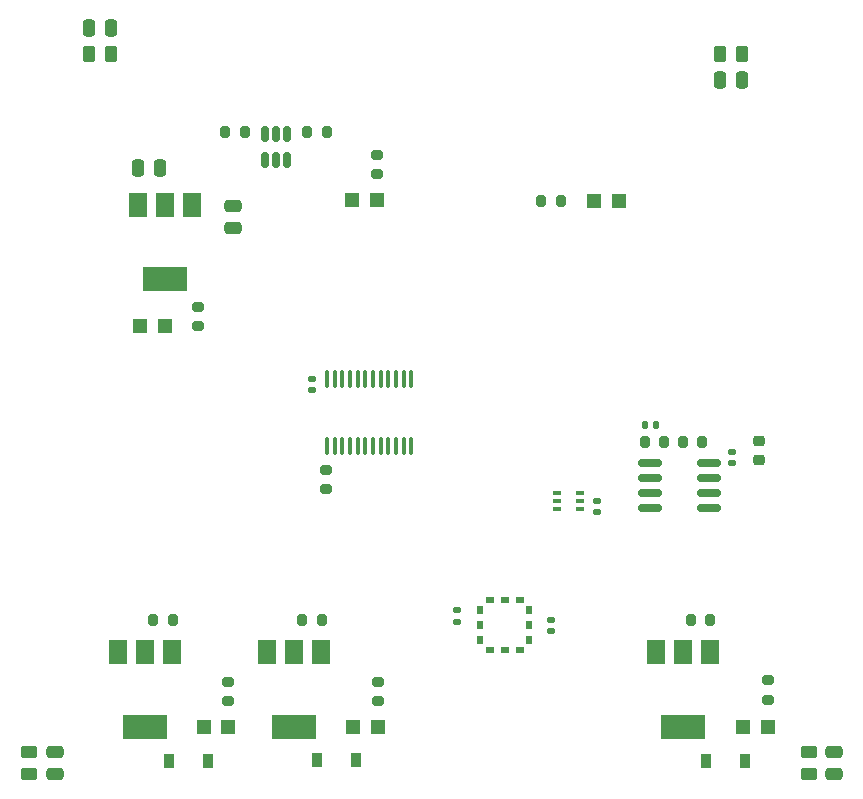
<source format=gbr>
%TF.GenerationSoftware,KiCad,Pcbnew,7.0.2*%
%TF.CreationDate,2023-10-17T13:36:16+00:00*%
%TF.ProjectId,board,626f6172-642e-46b6-9963-61645f706362,01*%
%TF.SameCoordinates,Original*%
%TF.FileFunction,Paste,Top*%
%TF.FilePolarity,Positive*%
%FSLAX46Y46*%
G04 Gerber Fmt 4.6, Leading zero omitted, Abs format (unit mm)*
G04 Created by KiCad (PCBNEW 7.0.2) date 2023-10-17 13:36:16*
%MOMM*%
%LPD*%
G01*
G04 APERTURE LIST*
G04 Aperture macros list*
%AMRoundRect*
0 Rectangle with rounded corners*
0 $1 Rounding radius*
0 $2 $3 $4 $5 $6 $7 $8 $9 X,Y pos of 4 corners*
0 Add a 4 corners polygon primitive as box body*
4,1,4,$2,$3,$4,$5,$6,$7,$8,$9,$2,$3,0*
0 Add four circle primitives for the rounded corners*
1,1,$1+$1,$2,$3*
1,1,$1+$1,$4,$5*
1,1,$1+$1,$6,$7*
1,1,$1+$1,$8,$9*
0 Add four rect primitives between the rounded corners*
20,1,$1+$1,$2,$3,$4,$5,0*
20,1,$1+$1,$4,$5,$6,$7,0*
20,1,$1+$1,$6,$7,$8,$9,0*
20,1,$1+$1,$8,$9,$2,$3,0*%
G04 Aperture macros list end*
%ADD10R,1.500000X2.000000*%
%ADD11R,3.800000X2.000000*%
%ADD12RoundRect,0.200000X-0.275000X0.200000X-0.275000X-0.200000X0.275000X-0.200000X0.275000X0.200000X0*%
%ADD13RoundRect,0.200000X0.200000X0.275000X-0.200000X0.275000X-0.200000X-0.275000X0.200000X-0.275000X0*%
%ADD14RoundRect,0.200000X-0.200000X-0.275000X0.200000X-0.275000X0.200000X0.275000X-0.200000X0.275000X0*%
%ADD15RoundRect,0.250000X0.475000X-0.250000X0.475000X0.250000X-0.475000X0.250000X-0.475000X-0.250000X0*%
%ADD16R,1.200000X1.200000*%
%ADD17RoundRect,0.250000X0.250000X0.475000X-0.250000X0.475000X-0.250000X-0.475000X0.250000X-0.475000X0*%
%ADD18R,0.900000X1.200000*%
%ADD19RoundRect,0.140000X0.170000X-0.140000X0.170000X0.140000X-0.170000X0.140000X-0.170000X-0.140000X0*%
%ADD20RoundRect,0.250000X-0.250000X-0.475000X0.250000X-0.475000X0.250000X0.475000X-0.250000X0.475000X0*%
%ADD21R,0.700000X0.600000*%
%ADD22R,0.600000X0.700000*%
%ADD23RoundRect,0.150000X0.150000X-0.512500X0.150000X0.512500X-0.150000X0.512500X-0.150000X-0.512500X0*%
%ADD24RoundRect,0.250000X0.450000X-0.262500X0.450000X0.262500X-0.450000X0.262500X-0.450000X-0.262500X0*%
%ADD25RoundRect,0.140000X-0.170000X0.140000X-0.170000X-0.140000X0.170000X-0.140000X0.170000X0.140000X0*%
%ADD26RoundRect,0.250000X0.262500X0.450000X-0.262500X0.450000X-0.262500X-0.450000X0.262500X-0.450000X0*%
%ADD27RoundRect,0.150000X-0.825000X-0.150000X0.825000X-0.150000X0.825000X0.150000X-0.825000X0.150000X0*%
%ADD28RoundRect,0.225000X0.250000X-0.225000X0.250000X0.225000X-0.250000X0.225000X-0.250000X-0.225000X0*%
%ADD29RoundRect,0.140000X-0.140000X-0.170000X0.140000X-0.170000X0.140000X0.170000X-0.140000X0.170000X0*%
%ADD30RoundRect,0.100000X0.100000X-0.637500X0.100000X0.637500X-0.100000X0.637500X-0.100000X-0.637500X0*%
%ADD31R,0.650000X0.400000*%
%ADD32RoundRect,0.200000X0.275000X-0.200000X0.275000X0.200000X-0.275000X0.200000X-0.275000X-0.200000X0*%
%ADD33RoundRect,0.250000X-0.262500X-0.450000X0.262500X-0.450000X0.262500X0.450000X-0.262500X0.450000X0*%
G04 APERTURE END LIST*
D10*
%TO.C,Q3*%
X106033600Y-106578000D03*
D11*
X103733600Y-112878000D03*
D10*
X103733600Y-106578000D03*
X101433600Y-106578000D03*
%TD*%
D12*
%TO.C,R7*%
X98171000Y-109080800D03*
X98171000Y-110730800D03*
%TD*%
D13*
%TO.C,R5*%
X138987400Y-103835200D03*
X137337400Y-103835200D03*
%TD*%
D14*
%TO.C,R2*%
X97930200Y-62509400D03*
X99580200Y-62509400D03*
%TD*%
D15*
%TO.C,C7*%
X98526600Y-70647600D03*
X98526600Y-68747600D03*
%TD*%
D16*
%TO.C,D5*%
X131250400Y-68326000D03*
X129150400Y-68326000D03*
%TD*%
D17*
%TO.C,C9*%
X141666000Y-58115200D03*
X139766000Y-58115200D03*
%TD*%
D18*
%TO.C,D10*%
X109015800Y-115722400D03*
X105715800Y-115722400D03*
%TD*%
D19*
%TO.C,C6*%
X125450600Y-104772400D03*
X125450600Y-103812400D03*
%TD*%
D20*
%TO.C,C8*%
X86375200Y-53670200D03*
X88275200Y-53670200D03*
%TD*%
D21*
%TO.C,U5*%
X120294400Y-102167000D03*
X121564400Y-102167000D03*
X122834400Y-102167000D03*
D22*
X123664400Y-102997000D03*
X123664400Y-104267000D03*
X123664400Y-105537000D03*
D21*
X122834400Y-106367000D03*
X121564400Y-106367000D03*
X120294400Y-106367000D03*
D22*
X119464400Y-105537000D03*
X119464400Y-104267000D03*
X119464400Y-102997000D03*
%TD*%
D16*
%TO.C,D8*%
X96079600Y-112903000D03*
X98179600Y-112903000D03*
%TD*%
D10*
%TO.C,Q2*%
X93435200Y-106565100D03*
D11*
X91135200Y-112865100D03*
D10*
X91135200Y-106565100D03*
X88835200Y-106565100D03*
%TD*%
D15*
%TO.C,C13*%
X149428200Y-116875600D03*
X149428200Y-114975600D03*
%TD*%
D16*
%TO.C,D9*%
X108754200Y-112903000D03*
X110854200Y-112903000D03*
%TD*%
%TO.C,D4*%
X108644000Y-68275200D03*
X110744000Y-68275200D03*
%TD*%
D23*
%TO.C,D1*%
X101259600Y-64916900D03*
X102209600Y-64916900D03*
X103159600Y-64916900D03*
X103159600Y-62641900D03*
X102209600Y-62641900D03*
X101259600Y-62641900D03*
%TD*%
D24*
%TO.C,R15*%
X81280000Y-116853300D03*
X81280000Y-115028300D03*
%TD*%
D25*
%TO.C,C1*%
X117525800Y-102999600D03*
X117525800Y-103959600D03*
%TD*%
D18*
%TO.C,D6*%
X141908800Y-115747800D03*
X138608800Y-115747800D03*
%TD*%
D16*
%TO.C,D7*%
X90720200Y-78968600D03*
X92820200Y-78968600D03*
%TD*%
D19*
%TO.C,C4*%
X129362200Y-94714000D03*
X129362200Y-93754000D03*
%TD*%
D18*
%TO.C,D2*%
X96468200Y-115760300D03*
X93168200Y-115760300D03*
%TD*%
D12*
%TO.C,R8*%
X110752200Y-64453000D03*
X110752200Y-66103000D03*
%TD*%
D24*
%TO.C,R16*%
X147345400Y-116838100D03*
X147345400Y-115013100D03*
%TD*%
D13*
%TO.C,R10*%
X93458800Y-103835200D03*
X91808800Y-103835200D03*
%TD*%
D14*
%TO.C,R9*%
X124676400Y-68376800D03*
X126326400Y-68376800D03*
%TD*%
%TO.C,R6*%
X136651000Y-88747600D03*
X138301000Y-88747600D03*
%TD*%
D15*
%TO.C,C12*%
X83515200Y-116865400D03*
X83515200Y-114965400D03*
%TD*%
D26*
%TO.C,R14*%
X141628500Y-55880000D03*
X139803500Y-55880000D03*
%TD*%
D25*
%TO.C,C2*%
X105252400Y-83398500D03*
X105252400Y-84358500D03*
%TD*%
D27*
%TO.C,U4*%
X133883400Y-90551000D03*
X133883400Y-91821000D03*
X133883400Y-93091000D03*
X133883400Y-94361000D03*
X138833400Y-94361000D03*
X138833400Y-93091000D03*
X138833400Y-91821000D03*
X138833400Y-90551000D03*
%TD*%
D28*
%TO.C,C11*%
X143129000Y-90259200D03*
X143129000Y-88709200D03*
%TD*%
D14*
%TO.C,R3*%
X133425200Y-88747600D03*
X135075200Y-88747600D03*
%TD*%
D20*
%TO.C,C3*%
X90490000Y-65557400D03*
X92390000Y-65557400D03*
%TD*%
D13*
%TO.C,R18*%
X106082600Y-103835200D03*
X104432600Y-103835200D03*
%TD*%
D10*
%TO.C,U2*%
X95086200Y-68655800D03*
D11*
X92786200Y-74955800D03*
D10*
X92786200Y-68655800D03*
X90486200Y-68655800D03*
%TD*%
D16*
%TO.C,D3*%
X141774200Y-112903000D03*
X143874200Y-112903000D03*
%TD*%
D12*
%TO.C,R17*%
X110845600Y-109055400D03*
X110845600Y-110705400D03*
%TD*%
D13*
%TO.C,R1*%
X106489000Y-62534800D03*
X104839000Y-62534800D03*
%TD*%
D12*
%TO.C,R11*%
X95631000Y-77305400D03*
X95631000Y-78955400D03*
%TD*%
D29*
%TO.C,C5*%
X133428800Y-87325200D03*
X134388800Y-87325200D03*
%TD*%
D19*
%TO.C,C10*%
X140843000Y-90548400D03*
X140843000Y-89588400D03*
%TD*%
D30*
%TO.C,U1*%
X106528800Y-89128600D03*
X107178800Y-89128600D03*
X107828800Y-89128600D03*
X108478800Y-89128600D03*
X109128800Y-89128600D03*
X109778800Y-89128600D03*
X110428800Y-89128600D03*
X111078800Y-89128600D03*
X111728800Y-89128600D03*
X112378800Y-89128600D03*
X113028800Y-89128600D03*
X113678800Y-89128600D03*
X113678800Y-83403600D03*
X113028800Y-83403600D03*
X112378800Y-83403600D03*
X111728800Y-83403600D03*
X111078800Y-83403600D03*
X110428800Y-83403600D03*
X109778800Y-83403600D03*
X109128800Y-83403600D03*
X108478800Y-83403600D03*
X107828800Y-83403600D03*
X107178800Y-83403600D03*
X106528800Y-83403600D03*
%TD*%
D31*
%TO.C,U3*%
X126024600Y-93101400D03*
X126024600Y-93751400D03*
X126024600Y-94401400D03*
X127924600Y-94401400D03*
X127924600Y-93751400D03*
X127924600Y-93101400D03*
%TD*%
D32*
%TO.C,R12*%
X106471600Y-92755300D03*
X106471600Y-91105300D03*
%TD*%
D33*
%TO.C,R13*%
X86412700Y-55930800D03*
X88237700Y-55930800D03*
%TD*%
D10*
%TO.C,Q1*%
X138952000Y-106578000D03*
X136652000Y-106578000D03*
D11*
X136652000Y-112878000D03*
D10*
X134352000Y-106578000D03*
%TD*%
D12*
%TO.C,R4*%
X143865600Y-108953800D03*
X143865600Y-110603800D03*
%TD*%
M02*

</source>
